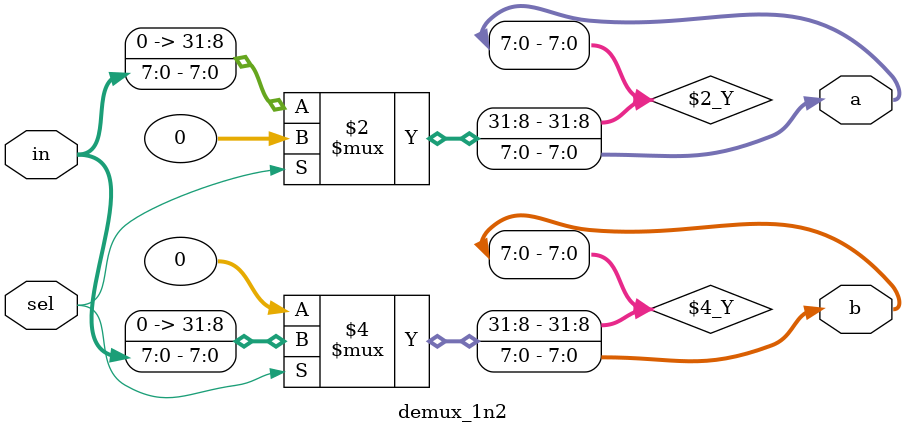
<source format=v>
/*
    Mux / Demux


    Mux

    a   b   sel |   out
    -------------------
    0   0   0   |   0
    1   0   0   |   1
    0   1   1   |   1
    1   0   1   |   0
    ...

*/

module mux_2n1 #(parameter N = 8) (
    input [N-1:0] a,
    input [N-1:0] b,
    input sel,
    output [N-1:0] out
);
    assign out = sel ? b : a;
endmodule

module demux_1n2 #(parameter N = 8) (
    input [N-1:0] in,
    input sel,
    output [N-1:0] a,
    output [N-1:0] b
);
    assign a = sel ? 0 : in;
    assign b = sel ? in : 0;
endmodule
</source>
